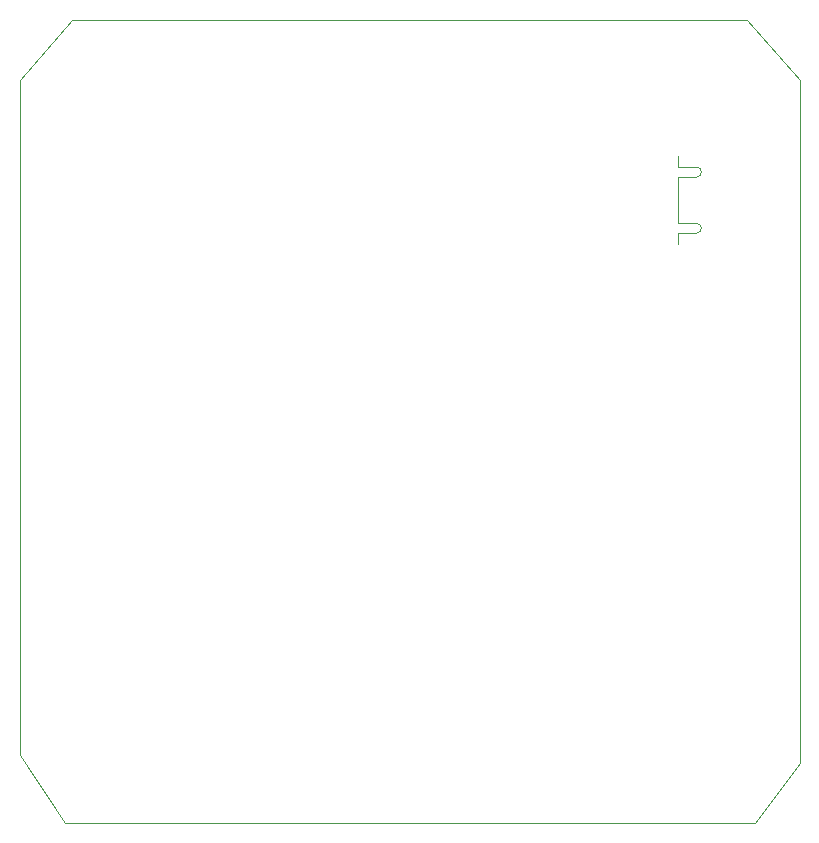
<source format=gbr>
%TF.GenerationSoftware,KiCad,Pcbnew,(5.1.9)-1*%
%TF.CreationDate,2021-05-06T02:52:03-06:00*%
%TF.ProjectId,stm32 design,73746d33-3220-4646-9573-69676e2e6b69,rev?*%
%TF.SameCoordinates,Original*%
%TF.FileFunction,Profile,NP*%
%FSLAX46Y46*%
G04 Gerber Fmt 4.6, Leading zero omitted, Abs format (unit mm)*
G04 Created by KiCad (PCBNEW (5.1.9)-1) date 2021-05-06 02:52:03*
%MOMM*%
%LPD*%
G01*
G04 APERTURE LIST*
%TA.AperFunction,Profile*%
%ADD10C,0.050000*%
%TD*%
%TA.AperFunction,Profile*%
%ADD11C,0.100000*%
%TD*%
G04 APERTURE END LIST*
D10*
X170180000Y-113030000D02*
X173990000Y-107950000D01*
X111760000Y-113030000D02*
X170180000Y-113030000D01*
X107950000Y-107315000D02*
X111760000Y-113030000D01*
X107950000Y-50165000D02*
X107950000Y-107315000D01*
X112395000Y-45085000D02*
X107950000Y-50165000D01*
X169545000Y-45085000D02*
X112395000Y-45085000D01*
X173990000Y-50165000D02*
X169545000Y-45085000D01*
X173990000Y-107950000D02*
X173990000Y-50165000D01*
D11*
%TO.C,J2*%
X163650000Y-63125000D02*
X163650000Y-64075000D01*
X165225000Y-63125000D02*
X163650000Y-63125000D01*
X165225000Y-62275000D02*
X163650000Y-62275000D01*
X163650000Y-58375000D02*
X163650000Y-62275000D01*
X165225000Y-58375000D02*
X163650000Y-58375000D01*
X165225000Y-57525000D02*
X163650000Y-57525000D01*
X163650000Y-56575000D02*
X163650000Y-57525000D01*
X165225000Y-63125000D02*
G75*
G03*
X165225000Y-62275000I0J425000D01*
G01*
X165225000Y-58375000D02*
G75*
G03*
X165225000Y-57525000I0J425000D01*
G01*
%TD*%
M02*

</source>
